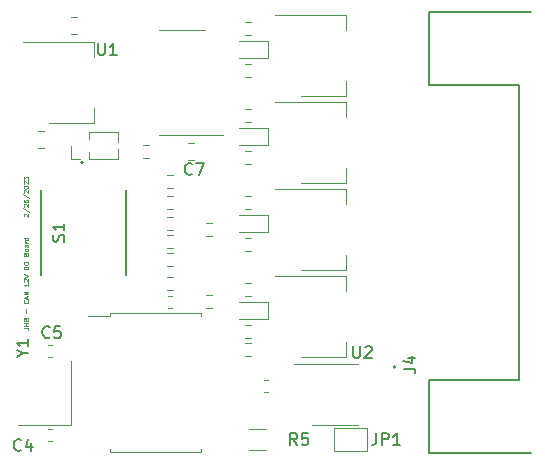
<source format=gto>
%TF.GenerationSoftware,KiCad,Pcbnew,(6.0.1)*%
%TF.CreationDate,2023-02-26T19:23:05-08:00*%
%TF.ProjectId,CAN-Digital-Output-12V,43414e2d-4469-4676-9974-616c2d4f7574,rev?*%
%TF.SameCoordinates,Original*%
%TF.FileFunction,Legend,Top*%
%TF.FilePolarity,Positive*%
%FSLAX46Y46*%
G04 Gerber Fmt 4.6, Leading zero omitted, Abs format (unit mm)*
G04 Created by KiCad (PCBNEW (6.0.1)) date 2023-02-26 19:23:05*
%MOMM*%
%LPD*%
G01*
G04 APERTURE LIST*
%ADD10C,0.100000*%
%ADD11C,0.150000*%
%ADD12C,0.120000*%
%ADD13C,0.127000*%
%ADD14C,0.200000*%
G04 APERTURE END LIST*
D10*
X143798952Y-109943428D02*
X144084666Y-109943428D01*
X144141809Y-109962476D01*
X144179904Y-110000571D01*
X144198952Y-110057714D01*
X144198952Y-110095809D01*
X144198952Y-109752952D02*
X143798952Y-109752952D01*
X143989428Y-109752952D02*
X143989428Y-109524380D01*
X144198952Y-109524380D02*
X143798952Y-109524380D01*
X143989428Y-109200571D02*
X144008476Y-109143428D01*
X144027523Y-109124380D01*
X144065619Y-109105333D01*
X144122761Y-109105333D01*
X144160857Y-109124380D01*
X144179904Y-109143428D01*
X144198952Y-109181523D01*
X144198952Y-109333904D01*
X143798952Y-109333904D01*
X143798952Y-109200571D01*
X143818000Y-109162476D01*
X143837047Y-109143428D01*
X143875142Y-109124380D01*
X143913238Y-109124380D01*
X143951333Y-109143428D01*
X143970380Y-109162476D01*
X143989428Y-109200571D01*
X143989428Y-109333904D01*
X144046571Y-108629142D02*
X144046571Y-108324380D01*
X144160857Y-107600571D02*
X144179904Y-107619619D01*
X144198952Y-107676761D01*
X144198952Y-107714857D01*
X144179904Y-107772000D01*
X144141809Y-107810095D01*
X144103714Y-107829142D01*
X144027523Y-107848190D01*
X143970380Y-107848190D01*
X143894190Y-107829142D01*
X143856095Y-107810095D01*
X143818000Y-107772000D01*
X143798952Y-107714857D01*
X143798952Y-107676761D01*
X143818000Y-107619619D01*
X143837047Y-107600571D01*
X144084666Y-107448190D02*
X144084666Y-107257714D01*
X144198952Y-107486285D02*
X143798952Y-107352952D01*
X144198952Y-107219619D01*
X144198952Y-107086285D02*
X143798952Y-107086285D01*
X144198952Y-106857714D01*
X143798952Y-106857714D01*
X144198952Y-106152952D02*
X144198952Y-106381523D01*
X144198952Y-106267238D02*
X143798952Y-106267238D01*
X143856095Y-106305333D01*
X143894190Y-106343428D01*
X143913238Y-106381523D01*
X143837047Y-106000571D02*
X143818000Y-105981523D01*
X143798952Y-105943428D01*
X143798952Y-105848190D01*
X143818000Y-105810095D01*
X143837047Y-105791047D01*
X143875142Y-105772000D01*
X143913238Y-105772000D01*
X143970380Y-105791047D01*
X144198952Y-106019619D01*
X144198952Y-105772000D01*
X143798952Y-105657714D02*
X144198952Y-105524380D01*
X143798952Y-105391047D01*
X144198952Y-104952952D02*
X143798952Y-104952952D01*
X143798952Y-104857714D01*
X143818000Y-104800571D01*
X143856095Y-104762476D01*
X143894190Y-104743428D01*
X143970380Y-104724380D01*
X144027523Y-104724380D01*
X144103714Y-104743428D01*
X144141809Y-104762476D01*
X144179904Y-104800571D01*
X144198952Y-104857714D01*
X144198952Y-104952952D01*
X143798952Y-104476761D02*
X143798952Y-104400571D01*
X143818000Y-104362476D01*
X143856095Y-104324380D01*
X143932285Y-104305333D01*
X144065619Y-104305333D01*
X144141809Y-104324380D01*
X144179904Y-104362476D01*
X144198952Y-104400571D01*
X144198952Y-104476761D01*
X144179904Y-104514857D01*
X144141809Y-104552952D01*
X144065619Y-104572000D01*
X143932285Y-104572000D01*
X143856095Y-104552952D01*
X143818000Y-104514857D01*
X143798952Y-104476761D01*
X143989428Y-103695809D02*
X144008476Y-103638666D01*
X144027523Y-103619619D01*
X144065619Y-103600571D01*
X144122761Y-103600571D01*
X144160857Y-103619619D01*
X144179904Y-103638666D01*
X144198952Y-103676761D01*
X144198952Y-103829142D01*
X143798952Y-103829142D01*
X143798952Y-103695809D01*
X143818000Y-103657714D01*
X143837047Y-103638666D01*
X143875142Y-103619619D01*
X143913238Y-103619619D01*
X143951333Y-103638666D01*
X143970380Y-103657714D01*
X143989428Y-103695809D01*
X143989428Y-103829142D01*
X144198952Y-103372000D02*
X144179904Y-103410095D01*
X144160857Y-103429142D01*
X144122761Y-103448190D01*
X144008476Y-103448190D01*
X143970380Y-103429142D01*
X143951333Y-103410095D01*
X143932285Y-103372000D01*
X143932285Y-103314857D01*
X143951333Y-103276761D01*
X143970380Y-103257714D01*
X144008476Y-103238666D01*
X144122761Y-103238666D01*
X144160857Y-103257714D01*
X144179904Y-103276761D01*
X144198952Y-103314857D01*
X144198952Y-103372000D01*
X144198952Y-102895809D02*
X143989428Y-102895809D01*
X143951333Y-102914857D01*
X143932285Y-102952952D01*
X143932285Y-103029142D01*
X143951333Y-103067238D01*
X144179904Y-102895809D02*
X144198952Y-102933904D01*
X144198952Y-103029142D01*
X144179904Y-103067238D01*
X144141809Y-103086285D01*
X144103714Y-103086285D01*
X144065619Y-103067238D01*
X144046571Y-103029142D01*
X144046571Y-102933904D01*
X144027523Y-102895809D01*
X144198952Y-102705333D02*
X143932285Y-102705333D01*
X144008476Y-102705333D02*
X143970380Y-102686285D01*
X143951333Y-102667238D01*
X143932285Y-102629142D01*
X143932285Y-102591047D01*
X144198952Y-102286285D02*
X143798952Y-102286285D01*
X144179904Y-102286285D02*
X144198952Y-102324380D01*
X144198952Y-102400571D01*
X144179904Y-102438666D01*
X144160857Y-102457714D01*
X144122761Y-102476761D01*
X144008476Y-102476761D01*
X143970380Y-102457714D01*
X143951333Y-102438666D01*
X143932285Y-102400571D01*
X143932285Y-102324380D01*
X143951333Y-102286285D01*
X143837047Y-100482190D02*
X143818000Y-100463142D01*
X143798952Y-100425047D01*
X143798952Y-100329809D01*
X143818000Y-100291714D01*
X143837047Y-100272666D01*
X143875142Y-100253619D01*
X143913238Y-100253619D01*
X143970380Y-100272666D01*
X144198952Y-100501238D01*
X144198952Y-100253619D01*
X143779904Y-99796476D02*
X144294190Y-100139333D01*
X143837047Y-99682190D02*
X143818000Y-99663142D01*
X143798952Y-99625047D01*
X143798952Y-99529809D01*
X143818000Y-99491714D01*
X143837047Y-99472666D01*
X143875142Y-99453619D01*
X143913238Y-99453619D01*
X143970380Y-99472666D01*
X144198952Y-99701238D01*
X144198952Y-99453619D01*
X143798952Y-99110761D02*
X143798952Y-99186952D01*
X143818000Y-99225047D01*
X143837047Y-99244095D01*
X143894190Y-99282190D01*
X143970380Y-99301238D01*
X144122761Y-99301238D01*
X144160857Y-99282190D01*
X144179904Y-99263142D01*
X144198952Y-99225047D01*
X144198952Y-99148857D01*
X144179904Y-99110761D01*
X144160857Y-99091714D01*
X144122761Y-99072666D01*
X144027523Y-99072666D01*
X143989428Y-99091714D01*
X143970380Y-99110761D01*
X143951333Y-99148857D01*
X143951333Y-99225047D01*
X143970380Y-99263142D01*
X143989428Y-99282190D01*
X144027523Y-99301238D01*
X143779904Y-98615523D02*
X144294190Y-98958380D01*
X143837047Y-98501238D02*
X143818000Y-98482190D01*
X143798952Y-98444095D01*
X143798952Y-98348857D01*
X143818000Y-98310761D01*
X143837047Y-98291714D01*
X143875142Y-98272666D01*
X143913238Y-98272666D01*
X143970380Y-98291714D01*
X144198952Y-98520285D01*
X144198952Y-98272666D01*
X143798952Y-98025047D02*
X143798952Y-97986952D01*
X143818000Y-97948857D01*
X143837047Y-97929809D01*
X143875142Y-97910761D01*
X143951333Y-97891714D01*
X144046571Y-97891714D01*
X144122761Y-97910761D01*
X144160857Y-97929809D01*
X144179904Y-97948857D01*
X144198952Y-97986952D01*
X144198952Y-98025047D01*
X144179904Y-98063142D01*
X144160857Y-98082190D01*
X144122761Y-98101238D01*
X144046571Y-98120285D01*
X143951333Y-98120285D01*
X143875142Y-98101238D01*
X143837047Y-98082190D01*
X143818000Y-98063142D01*
X143798952Y-98025047D01*
X143837047Y-97739333D02*
X143818000Y-97720285D01*
X143798952Y-97682190D01*
X143798952Y-97586952D01*
X143818000Y-97548857D01*
X143837047Y-97529809D01*
X143875142Y-97510761D01*
X143913238Y-97510761D01*
X143970380Y-97529809D01*
X144198952Y-97758380D01*
X144198952Y-97510761D01*
X143798952Y-97377428D02*
X143798952Y-97129809D01*
X143951333Y-97263142D01*
X143951333Y-97206000D01*
X143970380Y-97167904D01*
X143989428Y-97148857D01*
X144027523Y-97129809D01*
X144122761Y-97129809D01*
X144160857Y-97148857D01*
X144179904Y-97167904D01*
X144198952Y-97206000D01*
X144198952Y-97320285D01*
X144179904Y-97358380D01*
X144160857Y-97377428D01*
D11*
%TO.C,U1*%
X150114095Y-85812380D02*
X150114095Y-86621904D01*
X150161714Y-86717142D01*
X150209333Y-86764761D01*
X150304571Y-86812380D01*
X150495047Y-86812380D01*
X150590285Y-86764761D01*
X150637904Y-86717142D01*
X150685523Y-86621904D01*
X150685523Y-85812380D01*
X151685523Y-86812380D02*
X151114095Y-86812380D01*
X151399809Y-86812380D02*
X151399809Y-85812380D01*
X151304571Y-85955238D01*
X151209333Y-86050476D01*
X151114095Y-86098095D01*
%TO.C,S1*%
X147216761Y-102615904D02*
X147264380Y-102473047D01*
X147264380Y-102234952D01*
X147216761Y-102139714D01*
X147169142Y-102092095D01*
X147073904Y-102044476D01*
X146978666Y-102044476D01*
X146883428Y-102092095D01*
X146835809Y-102139714D01*
X146788190Y-102234952D01*
X146740571Y-102425428D01*
X146692952Y-102520666D01*
X146645333Y-102568285D01*
X146550095Y-102615904D01*
X146454857Y-102615904D01*
X146359619Y-102568285D01*
X146312000Y-102520666D01*
X146264380Y-102425428D01*
X146264380Y-102187333D01*
X146312000Y-102044476D01*
X147264380Y-101092095D02*
X147264380Y-101663523D01*
X147264380Y-101377809D02*
X146264380Y-101377809D01*
X146407238Y-101473047D01*
X146502476Y-101568285D01*
X146550095Y-101663523D01*
%TO.C,Y1*%
X143740190Y-112085212D02*
X144216380Y-112085212D01*
X143216380Y-112418545D02*
X143740190Y-112085212D01*
X143216380Y-111751879D01*
X144216380Y-110894736D02*
X144216380Y-111466164D01*
X144216380Y-111180450D02*
X143216380Y-111180450D01*
X143359238Y-111275688D01*
X143454476Y-111370926D01*
X143502095Y-111466164D01*
%TO.C,C7*%
X158075333Y-96877142D02*
X158027714Y-96924761D01*
X157884857Y-96972380D01*
X157789619Y-96972380D01*
X157646761Y-96924761D01*
X157551523Y-96829523D01*
X157503904Y-96734285D01*
X157456285Y-96543809D01*
X157456285Y-96400952D01*
X157503904Y-96210476D01*
X157551523Y-96115238D01*
X157646761Y-96020000D01*
X157789619Y-95972380D01*
X157884857Y-95972380D01*
X158027714Y-96020000D01*
X158075333Y-96067619D01*
X158408666Y-95972380D02*
X159075333Y-95972380D01*
X158646761Y-96972380D01*
%TO.C,J4*%
X175982380Y-113363333D02*
X176696666Y-113363333D01*
X176839523Y-113410952D01*
X176934761Y-113506190D01*
X176982380Y-113649047D01*
X176982380Y-113744285D01*
X176315714Y-112458571D02*
X176982380Y-112458571D01*
X175934761Y-112696666D02*
X176649047Y-112934761D01*
X176649047Y-112315714D01*
%TO.C,C4*%
X143597333Y-120245142D02*
X143549714Y-120292761D01*
X143406857Y-120340380D01*
X143311619Y-120340380D01*
X143168761Y-120292761D01*
X143073523Y-120197523D01*
X143025904Y-120102285D01*
X142978285Y-119911809D01*
X142978285Y-119768952D01*
X143025904Y-119578476D01*
X143073523Y-119483238D01*
X143168761Y-119388000D01*
X143311619Y-119340380D01*
X143406857Y-119340380D01*
X143549714Y-119388000D01*
X143597333Y-119435619D01*
X144454476Y-119673714D02*
X144454476Y-120340380D01*
X144216380Y-119292761D02*
X143978285Y-120007047D01*
X144597333Y-120007047D01*
%TO.C,C5*%
X146017333Y-110696164D02*
X145969714Y-110743783D01*
X145826857Y-110791402D01*
X145731619Y-110791402D01*
X145588761Y-110743783D01*
X145493523Y-110648545D01*
X145445904Y-110553307D01*
X145398285Y-110362831D01*
X145398285Y-110219974D01*
X145445904Y-110029498D01*
X145493523Y-109934260D01*
X145588761Y-109839022D01*
X145731619Y-109791402D01*
X145826857Y-109791402D01*
X145969714Y-109839022D01*
X146017333Y-109886641D01*
X146922095Y-109791402D02*
X146445904Y-109791402D01*
X146398285Y-110267593D01*
X146445904Y-110219974D01*
X146541142Y-110172355D01*
X146779238Y-110172355D01*
X146874476Y-110219974D01*
X146922095Y-110267593D01*
X146969714Y-110362831D01*
X146969714Y-110600926D01*
X146922095Y-110696164D01*
X146874476Y-110743783D01*
X146779238Y-110791402D01*
X146541142Y-110791402D01*
X146445904Y-110743783D01*
X146398285Y-110696164D01*
%TO.C,U2*%
X171704095Y-111466380D02*
X171704095Y-112275904D01*
X171751714Y-112371142D01*
X171799333Y-112418761D01*
X171894571Y-112466380D01*
X172085047Y-112466380D01*
X172180285Y-112418761D01*
X172227904Y-112371142D01*
X172275523Y-112275904D01*
X172275523Y-111466380D01*
X172704095Y-111561619D02*
X172751714Y-111514000D01*
X172846952Y-111466380D01*
X173085047Y-111466380D01*
X173180285Y-111514000D01*
X173227904Y-111561619D01*
X173275523Y-111656857D01*
X173275523Y-111752095D01*
X173227904Y-111894952D01*
X172656476Y-112466380D01*
X173275523Y-112466380D01*
%TO.C,JP1*%
X173664666Y-118832380D02*
X173664666Y-119546666D01*
X173617047Y-119689523D01*
X173521809Y-119784761D01*
X173378952Y-119832380D01*
X173283714Y-119832380D01*
X174140857Y-119832380D02*
X174140857Y-118832380D01*
X174521809Y-118832380D01*
X174617047Y-118880000D01*
X174664666Y-118927619D01*
X174712285Y-119022857D01*
X174712285Y-119165714D01*
X174664666Y-119260952D01*
X174617047Y-119308571D01*
X174521809Y-119356190D01*
X174140857Y-119356190D01*
X175664666Y-119832380D02*
X175093238Y-119832380D01*
X175378952Y-119832380D02*
X175378952Y-118832380D01*
X175283714Y-118975238D01*
X175188476Y-119070476D01*
X175093238Y-119118095D01*
%TO.C,R5*%
X166965333Y-119832380D02*
X166632000Y-119356190D01*
X166393904Y-119832380D02*
X166393904Y-118832380D01*
X166774857Y-118832380D01*
X166870095Y-118880000D01*
X166917714Y-118927619D01*
X166965333Y-119022857D01*
X166965333Y-119165714D01*
X166917714Y-119260952D01*
X166870095Y-119308571D01*
X166774857Y-119356190D01*
X166393904Y-119356190D01*
X167870095Y-118832380D02*
X167393904Y-118832380D01*
X167346285Y-119308571D01*
X167393904Y-119260952D01*
X167489142Y-119213333D01*
X167727238Y-119213333D01*
X167822476Y-119260952D01*
X167870095Y-119308571D01*
X167917714Y-119403809D01*
X167917714Y-119641904D01*
X167870095Y-119737142D01*
X167822476Y-119784761D01*
X167727238Y-119832380D01*
X167489142Y-119832380D01*
X167393904Y-119784761D01*
X167346285Y-119737142D01*
D12*
%TO.C,U1*%
X149738000Y-92564000D02*
X149738000Y-91304000D01*
X143728000Y-85744000D02*
X149738000Y-85744000D01*
X145978000Y-92564000D02*
X149738000Y-92564000D01*
X149738000Y-85744000D02*
X149738000Y-87004000D01*
%TO.C,R9*%
X162559276Y-98791500D02*
X163068724Y-98791500D01*
X162559276Y-99836500D02*
X163068724Y-99836500D01*
D13*
%TO.C,S1*%
X152444000Y-98254000D02*
X152444000Y-105454000D01*
X145244000Y-105454000D02*
X145244000Y-98254000D01*
D14*
X148844000Y-95927000D02*
G75*
G03*
X148844000Y-95927000I-100000J0D01*
G01*
D12*
%TO.C,Y1*%
X147792000Y-118119022D02*
X147792000Y-112719022D01*
X143292000Y-118119022D02*
X147792000Y-118119022D01*
%TO.C,C7*%
X158249252Y-95731000D02*
X157726748Y-95731000D01*
X158249252Y-94261000D02*
X157726748Y-94261000D01*
%TO.C,R6*%
X162559276Y-84059500D02*
X163068724Y-84059500D01*
X162559276Y-85104500D02*
X163068724Y-85104500D01*
%TO.C,R18*%
X156464724Y-102093500D02*
X155955276Y-102093500D01*
X156464724Y-103138500D02*
X155955276Y-103138500D01*
%TO.C,U6*%
X171074000Y-97644000D02*
X171074000Y-96384000D01*
X167314000Y-97644000D02*
X171074000Y-97644000D01*
X165064000Y-90824000D02*
X171074000Y-90824000D01*
X171074000Y-90824000D02*
X171074000Y-92084000D01*
%TO.C,D3*%
X164474000Y-101827000D02*
X164474000Y-100357000D01*
X164474000Y-100357000D02*
X162014000Y-100357000D01*
X162014000Y-101827000D02*
X164474000Y-101827000D01*
%TO.C,R11*%
X162559276Y-87615500D02*
X163068724Y-87615500D01*
X162559276Y-88660500D02*
X163068724Y-88660500D01*
%TO.C,D1*%
X164474000Y-87095000D02*
X164474000Y-85625000D01*
X162014000Y-87095000D02*
X164474000Y-87095000D01*
X164474000Y-85625000D02*
X162014000Y-85625000D01*
D13*
%TO.C,J4*%
X185778000Y-89354000D02*
X178138000Y-89354000D01*
X178138000Y-83179000D02*
X186796000Y-83179000D01*
X178138000Y-89354000D02*
X178138000Y-83179000D01*
X185778000Y-114354000D02*
X185778000Y-89354000D01*
X178138000Y-114354000D02*
X185778000Y-114354000D01*
X178138000Y-120529000D02*
X178138000Y-114354000D01*
X186796000Y-120529000D02*
X178138000Y-120529000D01*
D14*
X175308000Y-113254000D02*
G75*
G03*
X175308000Y-113254000I-100000J0D01*
G01*
D12*
%TO.C,U4*%
X171074000Y-90278000D02*
X171074000Y-89018000D01*
X167314000Y-90278000D02*
X171074000Y-90278000D01*
X165064000Y-83458000D02*
X171074000Y-83458000D01*
X171074000Y-83458000D02*
X171074000Y-84718000D01*
%TO.C,R7*%
X153923276Y-94473500D02*
X154432724Y-94473500D01*
X153923276Y-95518500D02*
X154432724Y-95518500D01*
%TO.C,R8*%
X162559276Y-91425500D02*
X163068724Y-91425500D01*
X162559276Y-92470500D02*
X163068724Y-92470500D01*
%TO.C,R2*%
X155955276Y-105649500D02*
X156464724Y-105649500D01*
X155955276Y-106694500D02*
X156464724Y-106694500D01*
%TO.C,U5*%
X154940000Y-120439000D02*
X151080000Y-120439000D01*
X154940000Y-120439000D02*
X158800000Y-120439000D01*
X151080000Y-108669000D02*
X151080000Y-108914000D01*
X151080000Y-108914000D02*
X149265000Y-108914000D01*
X154940000Y-108669000D02*
X158800000Y-108669000D01*
X151080000Y-120439000D02*
X151080000Y-120194000D01*
X158800000Y-108669000D02*
X158800000Y-108914000D01*
X158800000Y-120439000D02*
X158800000Y-120194000D01*
X154940000Y-108669000D02*
X151080000Y-108669000D01*
%TO.C,R14*%
X162559276Y-109713500D02*
X163068724Y-109713500D01*
X162559276Y-110758500D02*
X163068724Y-110758500D01*
%TO.C,U3*%
X157226000Y-84719000D02*
X155276000Y-84719000D01*
X157226000Y-84719000D02*
X159176000Y-84719000D01*
X157226000Y-93589000D02*
X155276000Y-93589000D01*
X157226000Y-93589000D02*
X160676000Y-93589000D01*
%TO.C,R1*%
X155955276Y-104662500D02*
X156464724Y-104662500D01*
X155955276Y-103617500D02*
X156464724Y-103617500D01*
%TO.C,C4*%
X146196267Y-118465022D02*
X145903733Y-118465022D01*
X146196267Y-119485022D02*
X145903733Y-119485022D01*
%TO.C,U8*%
X171074000Y-112376000D02*
X171074000Y-111116000D01*
X171074000Y-105556000D02*
X171074000Y-106816000D01*
X167314000Y-112376000D02*
X171074000Y-112376000D01*
X165064000Y-105556000D02*
X171074000Y-105556000D01*
%TO.C,R3*%
X162559276Y-112282500D02*
X163068724Y-112282500D01*
X162559276Y-111237500D02*
X163068724Y-111237500D01*
%TO.C,J3*%
X149345000Y-95598000D02*
X149345000Y-95051471D01*
X149345000Y-93378000D02*
X151820000Y-93378000D01*
X151820000Y-94180470D02*
X151820000Y-93378000D01*
X149345000Y-93924529D02*
X149345000Y-93378000D01*
X149345000Y-95598000D02*
X151820000Y-95598000D01*
X147825000Y-95598000D02*
X147825000Y-94488000D01*
X148585000Y-95598000D02*
X147825000Y-95598000D01*
X151820000Y-95598000D02*
X151820000Y-94795530D01*
%TO.C,C6*%
X156356267Y-107186000D02*
X156063733Y-107186000D01*
X156356267Y-108206000D02*
X156063733Y-108206000D01*
%TO.C,D4*%
X164474000Y-109193000D02*
X164474000Y-107723000D01*
X162014000Y-109193000D02*
X164474000Y-109193000D01*
X164474000Y-107723000D02*
X162014000Y-107723000D01*
%TO.C,R4*%
X159766724Y-107173500D02*
X159257276Y-107173500D01*
X159766724Y-108218500D02*
X159257276Y-108218500D01*
%TO.C,R19*%
X159766724Y-101077500D02*
X159257276Y-101077500D01*
X159766724Y-102122500D02*
X159257276Y-102122500D01*
%TO.C,C5*%
X145903733Y-112373022D02*
X146196267Y-112373022D01*
X145903733Y-111353022D02*
X146196267Y-111353022D01*
%TO.C,C2*%
X148343252Y-85063000D02*
X147820748Y-85063000D01*
X148343252Y-83593000D02*
X147820748Y-83593000D01*
%TO.C,R10*%
X162559276Y-107202500D02*
X163068724Y-107202500D01*
X162559276Y-106157500D02*
X163068724Y-106157500D01*
%TO.C,C1*%
X145026748Y-93245000D02*
X145549252Y-93245000D01*
X145026748Y-94715000D02*
X145549252Y-94715000D01*
%TO.C,U2*%
X170180000Y-113010000D02*
X172130000Y-113010000D01*
X170180000Y-118130000D02*
X168230000Y-118130000D01*
X170180000Y-118130000D02*
X172130000Y-118130000D01*
X170180000Y-113010000D02*
X166730000Y-113010000D01*
%TO.C,D2*%
X164474000Y-92991000D02*
X162014000Y-92991000D01*
X162014000Y-94461000D02*
X164474000Y-94461000D01*
X164474000Y-94461000D02*
X164474000Y-92991000D01*
%TO.C,JP1*%
X172850000Y-118380000D02*
X172850000Y-120380000D01*
X172850000Y-120380000D02*
X170050000Y-120380000D01*
X170050000Y-118380000D02*
X172850000Y-118380000D01*
X170050000Y-120380000D02*
X170050000Y-118380000D01*
%TO.C,R12*%
X162559276Y-94981500D02*
X163068724Y-94981500D01*
X162559276Y-96026500D02*
X163068724Y-96026500D01*
%TO.C,R15*%
X156464724Y-97013500D02*
X155955276Y-97013500D01*
X156464724Y-98058500D02*
X155955276Y-98058500D01*
%TO.C,R16*%
X156464724Y-98791500D02*
X155955276Y-98791500D01*
X156464724Y-99836500D02*
X155955276Y-99836500D01*
%TO.C,R5*%
X162848936Y-120290000D02*
X164303064Y-120290000D01*
X162848936Y-118470000D02*
X164303064Y-118470000D01*
%TO.C,U7*%
X171074000Y-98190000D02*
X171074000Y-99450000D01*
X165064000Y-98190000D02*
X171074000Y-98190000D01*
X171074000Y-105010000D02*
X171074000Y-103750000D01*
X167314000Y-105010000D02*
X171074000Y-105010000D01*
%TO.C,R17*%
X156464724Y-101614500D02*
X155955276Y-101614500D01*
X156464724Y-100569500D02*
X155955276Y-100569500D01*
%TO.C,C3*%
X164191733Y-114298000D02*
X164484267Y-114298000D01*
X164191733Y-115318000D02*
X164484267Y-115318000D01*
%TO.C,R13*%
X162559276Y-102347500D02*
X163068724Y-102347500D01*
X162559276Y-103392500D02*
X163068724Y-103392500D01*
%TD*%
M02*

</source>
